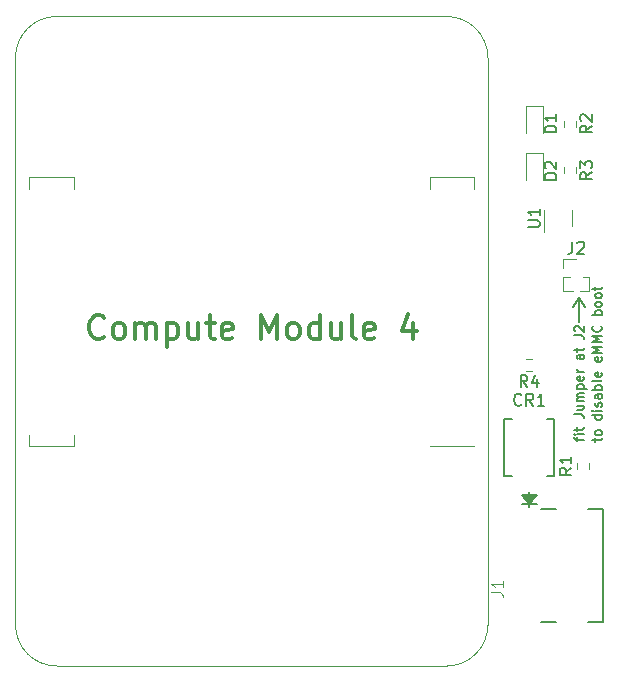
<source format=gto>
G04 #@! TF.GenerationSoftware,KiCad,Pcbnew,(5.99.0-10632-g8f3343b9e3)*
G04 #@! TF.CreationDate,2021-06-18T06:45:42-04:00*
G04 #@! TF.ProjectId,rpi-cm4-LiM+-board,7270692d-636d-4342-9d4c-694d2b2d626f,v01*
G04 #@! TF.SameCoordinates,Original*
G04 #@! TF.FileFunction,Legend,Top*
G04 #@! TF.FilePolarity,Positive*
%FSLAX46Y46*%
G04 Gerber Fmt 4.6, Leading zero omitted, Abs format (unit mm)*
G04 Created by KiCad (PCBNEW (5.99.0-10632-g8f3343b9e3)) date 2021-06-18 06:45:42*
%MOMM*%
%LPD*%
G01*
G04 APERTURE LIST*
%ADD10C,0.150000*%
%ADD11C,0.300000*%
%ADD12C,0.015000*%
%ADD13C,0.120000*%
%ADD14C,0.152400*%
%ADD15C,0.200000*%
G04 APERTURE END LIST*
D10*
X174244000Y-104394000D02*
X174244000Y-102362000D01*
X174244000Y-102362000D02*
X173736000Y-103124000D01*
X174244000Y-102362000D02*
X174752000Y-103124000D01*
X174072571Y-114439047D02*
X174072571Y-114134285D01*
X174605904Y-114324761D02*
X173920190Y-114324761D01*
X173844000Y-114286666D01*
X173805904Y-114210476D01*
X173805904Y-114134285D01*
X174605904Y-113867619D02*
X174072571Y-113867619D01*
X173805904Y-113867619D02*
X173844000Y-113905714D01*
X173882095Y-113867619D01*
X173844000Y-113829523D01*
X173805904Y-113867619D01*
X173882095Y-113867619D01*
X174072571Y-113600952D02*
X174072571Y-113296190D01*
X173805904Y-113486666D02*
X174491619Y-113486666D01*
X174567809Y-113448571D01*
X174605904Y-113372380D01*
X174605904Y-113296190D01*
X173805904Y-112191428D02*
X174377333Y-112191428D01*
X174491619Y-112229523D01*
X174567809Y-112305714D01*
X174605904Y-112420000D01*
X174605904Y-112496190D01*
X174072571Y-111467619D02*
X174605904Y-111467619D01*
X174072571Y-111810476D02*
X174491619Y-111810476D01*
X174567809Y-111772380D01*
X174605904Y-111696190D01*
X174605904Y-111581904D01*
X174567809Y-111505714D01*
X174529714Y-111467619D01*
X174605904Y-111086666D02*
X174072571Y-111086666D01*
X174148761Y-111086666D02*
X174110666Y-111048571D01*
X174072571Y-110972380D01*
X174072571Y-110858095D01*
X174110666Y-110781904D01*
X174186857Y-110743809D01*
X174605904Y-110743809D01*
X174186857Y-110743809D02*
X174110666Y-110705714D01*
X174072571Y-110629523D01*
X174072571Y-110515238D01*
X174110666Y-110439047D01*
X174186857Y-110400952D01*
X174605904Y-110400952D01*
X174072571Y-110020000D02*
X174872571Y-110020000D01*
X174110666Y-110020000D02*
X174072571Y-109943809D01*
X174072571Y-109791428D01*
X174110666Y-109715238D01*
X174148761Y-109677142D01*
X174224952Y-109639047D01*
X174453523Y-109639047D01*
X174529714Y-109677142D01*
X174567809Y-109715238D01*
X174605904Y-109791428D01*
X174605904Y-109943809D01*
X174567809Y-110020000D01*
X174567809Y-108991428D02*
X174605904Y-109067619D01*
X174605904Y-109220000D01*
X174567809Y-109296190D01*
X174491619Y-109334285D01*
X174186857Y-109334285D01*
X174110666Y-109296190D01*
X174072571Y-109220000D01*
X174072571Y-109067619D01*
X174110666Y-108991428D01*
X174186857Y-108953333D01*
X174263047Y-108953333D01*
X174339238Y-109334285D01*
X174605904Y-108610476D02*
X174072571Y-108610476D01*
X174224952Y-108610476D02*
X174148761Y-108572380D01*
X174110666Y-108534285D01*
X174072571Y-108458095D01*
X174072571Y-108381904D01*
X174605904Y-107162857D02*
X174186857Y-107162857D01*
X174110666Y-107200952D01*
X174072571Y-107277142D01*
X174072571Y-107429523D01*
X174110666Y-107505714D01*
X174567809Y-107162857D02*
X174605904Y-107239047D01*
X174605904Y-107429523D01*
X174567809Y-107505714D01*
X174491619Y-107543809D01*
X174415428Y-107543809D01*
X174339238Y-107505714D01*
X174301142Y-107429523D01*
X174301142Y-107239047D01*
X174263047Y-107162857D01*
X174072571Y-106896190D02*
X174072571Y-106591428D01*
X173805904Y-106781904D02*
X174491619Y-106781904D01*
X174567809Y-106743809D01*
X174605904Y-106667619D01*
X174605904Y-106591428D01*
X173805904Y-105486666D02*
X174377333Y-105486666D01*
X174491619Y-105524761D01*
X174567809Y-105600952D01*
X174605904Y-105715238D01*
X174605904Y-105791428D01*
X173882095Y-105143809D02*
X173844000Y-105105714D01*
X173805904Y-105029523D01*
X173805904Y-104839047D01*
X173844000Y-104762857D01*
X173882095Y-104724761D01*
X173958285Y-104686666D01*
X174034476Y-104686666D01*
X174148761Y-104724761D01*
X174605904Y-105181904D01*
X174605904Y-104686666D01*
X175596571Y-114502380D02*
X175596571Y-114197619D01*
X175329904Y-114388095D02*
X176015619Y-114388095D01*
X176091809Y-114350000D01*
X176129904Y-114273809D01*
X176129904Y-114197619D01*
X176129904Y-113816666D02*
X176091809Y-113892857D01*
X176053714Y-113930952D01*
X175977523Y-113969047D01*
X175748952Y-113969047D01*
X175672761Y-113930952D01*
X175634666Y-113892857D01*
X175596571Y-113816666D01*
X175596571Y-113702380D01*
X175634666Y-113626190D01*
X175672761Y-113588095D01*
X175748952Y-113550000D01*
X175977523Y-113550000D01*
X176053714Y-113588095D01*
X176091809Y-113626190D01*
X176129904Y-113702380D01*
X176129904Y-113816666D01*
X176129904Y-112254761D02*
X175329904Y-112254761D01*
X176091809Y-112254761D02*
X176129904Y-112330952D01*
X176129904Y-112483333D01*
X176091809Y-112559523D01*
X176053714Y-112597619D01*
X175977523Y-112635714D01*
X175748952Y-112635714D01*
X175672761Y-112597619D01*
X175634666Y-112559523D01*
X175596571Y-112483333D01*
X175596571Y-112330952D01*
X175634666Y-112254761D01*
X176129904Y-111873809D02*
X175596571Y-111873809D01*
X175329904Y-111873809D02*
X175368000Y-111911904D01*
X175406095Y-111873809D01*
X175368000Y-111835714D01*
X175329904Y-111873809D01*
X175406095Y-111873809D01*
X176091809Y-111530952D02*
X176129904Y-111454761D01*
X176129904Y-111302380D01*
X176091809Y-111226190D01*
X176015619Y-111188095D01*
X175977523Y-111188095D01*
X175901333Y-111226190D01*
X175863238Y-111302380D01*
X175863238Y-111416666D01*
X175825142Y-111492857D01*
X175748952Y-111530952D01*
X175710857Y-111530952D01*
X175634666Y-111492857D01*
X175596571Y-111416666D01*
X175596571Y-111302380D01*
X175634666Y-111226190D01*
X176129904Y-110502380D02*
X175710857Y-110502380D01*
X175634666Y-110540476D01*
X175596571Y-110616666D01*
X175596571Y-110769047D01*
X175634666Y-110845238D01*
X176091809Y-110502380D02*
X176129904Y-110578571D01*
X176129904Y-110769047D01*
X176091809Y-110845238D01*
X176015619Y-110883333D01*
X175939428Y-110883333D01*
X175863238Y-110845238D01*
X175825142Y-110769047D01*
X175825142Y-110578571D01*
X175787047Y-110502380D01*
X176129904Y-110121428D02*
X175329904Y-110121428D01*
X175634666Y-110121428D02*
X175596571Y-110045238D01*
X175596571Y-109892857D01*
X175634666Y-109816666D01*
X175672761Y-109778571D01*
X175748952Y-109740476D01*
X175977523Y-109740476D01*
X176053714Y-109778571D01*
X176091809Y-109816666D01*
X176129904Y-109892857D01*
X176129904Y-110045238D01*
X176091809Y-110121428D01*
X176129904Y-109283333D02*
X176091809Y-109359523D01*
X176015619Y-109397619D01*
X175329904Y-109397619D01*
X176091809Y-108673809D02*
X176129904Y-108750000D01*
X176129904Y-108902380D01*
X176091809Y-108978571D01*
X176015619Y-109016666D01*
X175710857Y-109016666D01*
X175634666Y-108978571D01*
X175596571Y-108902380D01*
X175596571Y-108750000D01*
X175634666Y-108673809D01*
X175710857Y-108635714D01*
X175787047Y-108635714D01*
X175863238Y-109016666D01*
X176091809Y-107378571D02*
X176129904Y-107454761D01*
X176129904Y-107607142D01*
X176091809Y-107683333D01*
X176015619Y-107721428D01*
X175710857Y-107721428D01*
X175634666Y-107683333D01*
X175596571Y-107607142D01*
X175596571Y-107454761D01*
X175634666Y-107378571D01*
X175710857Y-107340476D01*
X175787047Y-107340476D01*
X175863238Y-107721428D01*
X176129904Y-106997619D02*
X175329904Y-106997619D01*
X175901333Y-106730952D01*
X175329904Y-106464285D01*
X176129904Y-106464285D01*
X176129904Y-106083333D02*
X175329904Y-106083333D01*
X175901333Y-105816666D01*
X175329904Y-105550000D01*
X176129904Y-105550000D01*
X176053714Y-104711904D02*
X176091809Y-104750000D01*
X176129904Y-104864285D01*
X176129904Y-104940476D01*
X176091809Y-105054761D01*
X176015619Y-105130952D01*
X175939428Y-105169047D01*
X175787047Y-105207142D01*
X175672761Y-105207142D01*
X175520380Y-105169047D01*
X175444190Y-105130952D01*
X175368000Y-105054761D01*
X175329904Y-104940476D01*
X175329904Y-104864285D01*
X175368000Y-104750000D01*
X175406095Y-104711904D01*
X176129904Y-103759523D02*
X175329904Y-103759523D01*
X175634666Y-103759523D02*
X175596571Y-103683333D01*
X175596571Y-103530952D01*
X175634666Y-103454761D01*
X175672761Y-103416666D01*
X175748952Y-103378571D01*
X175977523Y-103378571D01*
X176053714Y-103416666D01*
X176091809Y-103454761D01*
X176129904Y-103530952D01*
X176129904Y-103683333D01*
X176091809Y-103759523D01*
X176129904Y-102921428D02*
X176091809Y-102997619D01*
X176053714Y-103035714D01*
X175977523Y-103073809D01*
X175748952Y-103073809D01*
X175672761Y-103035714D01*
X175634666Y-102997619D01*
X175596571Y-102921428D01*
X175596571Y-102807142D01*
X175634666Y-102730952D01*
X175672761Y-102692857D01*
X175748952Y-102654761D01*
X175977523Y-102654761D01*
X176053714Y-102692857D01*
X176091809Y-102730952D01*
X176129904Y-102807142D01*
X176129904Y-102921428D01*
X176129904Y-102197619D02*
X176091809Y-102273809D01*
X176053714Y-102311904D01*
X175977523Y-102350000D01*
X175748952Y-102350000D01*
X175672761Y-102311904D01*
X175634666Y-102273809D01*
X175596571Y-102197619D01*
X175596571Y-102083333D01*
X175634666Y-102007142D01*
X175672761Y-101969047D01*
X175748952Y-101930952D01*
X175977523Y-101930952D01*
X176053714Y-101969047D01*
X176091809Y-102007142D01*
X176129904Y-102083333D01*
X176129904Y-102197619D01*
X175596571Y-101702380D02*
X175596571Y-101397619D01*
X175329904Y-101588095D02*
X176015619Y-101588095D01*
X176091809Y-101550000D01*
X176129904Y-101473809D01*
X176129904Y-101397619D01*
D11*
X133986571Y-105616285D02*
X133891333Y-105711523D01*
X133605619Y-105806761D01*
X133415142Y-105806761D01*
X133129428Y-105711523D01*
X132938952Y-105521047D01*
X132843714Y-105330571D01*
X132748476Y-104949619D01*
X132748476Y-104663904D01*
X132843714Y-104282952D01*
X132938952Y-104092476D01*
X133129428Y-103902000D01*
X133415142Y-103806761D01*
X133605619Y-103806761D01*
X133891333Y-103902000D01*
X133986571Y-103997238D01*
X135129428Y-105806761D02*
X134938952Y-105711523D01*
X134843714Y-105616285D01*
X134748476Y-105425809D01*
X134748476Y-104854380D01*
X134843714Y-104663904D01*
X134938952Y-104568666D01*
X135129428Y-104473428D01*
X135415142Y-104473428D01*
X135605619Y-104568666D01*
X135700857Y-104663904D01*
X135796095Y-104854380D01*
X135796095Y-105425809D01*
X135700857Y-105616285D01*
X135605619Y-105711523D01*
X135415142Y-105806761D01*
X135129428Y-105806761D01*
X136653238Y-105806761D02*
X136653238Y-104473428D01*
X136653238Y-104663904D02*
X136748476Y-104568666D01*
X136938952Y-104473428D01*
X137224666Y-104473428D01*
X137415142Y-104568666D01*
X137510380Y-104759142D01*
X137510380Y-105806761D01*
X137510380Y-104759142D02*
X137605619Y-104568666D01*
X137796095Y-104473428D01*
X138081809Y-104473428D01*
X138272285Y-104568666D01*
X138367523Y-104759142D01*
X138367523Y-105806761D01*
X139319904Y-104473428D02*
X139319904Y-106473428D01*
X139319904Y-104568666D02*
X139510380Y-104473428D01*
X139891333Y-104473428D01*
X140081809Y-104568666D01*
X140177047Y-104663904D01*
X140272285Y-104854380D01*
X140272285Y-105425809D01*
X140177047Y-105616285D01*
X140081809Y-105711523D01*
X139891333Y-105806761D01*
X139510380Y-105806761D01*
X139319904Y-105711523D01*
X141986571Y-104473428D02*
X141986571Y-105806761D01*
X141129428Y-104473428D02*
X141129428Y-105521047D01*
X141224666Y-105711523D01*
X141415142Y-105806761D01*
X141700857Y-105806761D01*
X141891333Y-105711523D01*
X141986571Y-105616285D01*
X142653238Y-104473428D02*
X143415142Y-104473428D01*
X142938952Y-103806761D02*
X142938952Y-105521047D01*
X143034190Y-105711523D01*
X143224666Y-105806761D01*
X143415142Y-105806761D01*
X144843714Y-105711523D02*
X144653238Y-105806761D01*
X144272285Y-105806761D01*
X144081809Y-105711523D01*
X143986571Y-105521047D01*
X143986571Y-104759142D01*
X144081809Y-104568666D01*
X144272285Y-104473428D01*
X144653238Y-104473428D01*
X144843714Y-104568666D01*
X144938952Y-104759142D01*
X144938952Y-104949619D01*
X143986571Y-105140095D01*
X147319904Y-105806761D02*
X147319904Y-103806761D01*
X147986571Y-105235333D01*
X148653238Y-103806761D01*
X148653238Y-105806761D01*
X149891333Y-105806761D02*
X149700857Y-105711523D01*
X149605619Y-105616285D01*
X149510380Y-105425809D01*
X149510380Y-104854380D01*
X149605619Y-104663904D01*
X149700857Y-104568666D01*
X149891333Y-104473428D01*
X150177047Y-104473428D01*
X150367523Y-104568666D01*
X150462761Y-104663904D01*
X150558000Y-104854380D01*
X150558000Y-105425809D01*
X150462761Y-105616285D01*
X150367523Y-105711523D01*
X150177047Y-105806761D01*
X149891333Y-105806761D01*
X152272285Y-105806761D02*
X152272285Y-103806761D01*
X152272285Y-105711523D02*
X152081809Y-105806761D01*
X151700857Y-105806761D01*
X151510380Y-105711523D01*
X151415142Y-105616285D01*
X151319904Y-105425809D01*
X151319904Y-104854380D01*
X151415142Y-104663904D01*
X151510380Y-104568666D01*
X151700857Y-104473428D01*
X152081809Y-104473428D01*
X152272285Y-104568666D01*
X154081809Y-104473428D02*
X154081809Y-105806761D01*
X153224666Y-104473428D02*
X153224666Y-105521047D01*
X153319904Y-105711523D01*
X153510380Y-105806761D01*
X153796095Y-105806761D01*
X153986571Y-105711523D01*
X154081809Y-105616285D01*
X155319904Y-105806761D02*
X155129428Y-105711523D01*
X155034190Y-105521047D01*
X155034190Y-103806761D01*
X156843714Y-105711523D02*
X156653238Y-105806761D01*
X156272285Y-105806761D01*
X156081809Y-105711523D01*
X155986571Y-105521047D01*
X155986571Y-104759142D01*
X156081809Y-104568666D01*
X156272285Y-104473428D01*
X156653238Y-104473428D01*
X156843714Y-104568666D01*
X156938952Y-104759142D01*
X156938952Y-104949619D01*
X155986571Y-105140095D01*
X160177047Y-104473428D02*
X160177047Y-105806761D01*
X159700857Y-103711523D02*
X159224666Y-105140095D01*
X160462761Y-105140095D01*
D10*
X169833333Y-109882380D02*
X169500000Y-109406190D01*
X169261904Y-109882380D02*
X169261904Y-108882380D01*
X169642857Y-108882380D01*
X169738095Y-108930000D01*
X169785714Y-108977619D01*
X169833333Y-109072857D01*
X169833333Y-109215714D01*
X169785714Y-109310952D01*
X169738095Y-109358571D01*
X169642857Y-109406190D01*
X169261904Y-109406190D01*
X170690476Y-109215714D02*
X170690476Y-109882380D01*
X170452380Y-108834761D02*
X170214285Y-109549047D01*
X170833333Y-109549047D01*
X169333333Y-111357142D02*
X169285714Y-111404761D01*
X169142857Y-111452380D01*
X169047619Y-111452380D01*
X168904761Y-111404761D01*
X168809523Y-111309523D01*
X168761904Y-111214285D01*
X168714285Y-111023809D01*
X168714285Y-110880952D01*
X168761904Y-110690476D01*
X168809523Y-110595238D01*
X168904761Y-110500000D01*
X169047619Y-110452380D01*
X169142857Y-110452380D01*
X169285714Y-110500000D01*
X169333333Y-110547619D01*
X170333333Y-111452380D02*
X170000000Y-110976190D01*
X169761904Y-111452380D02*
X169761904Y-110452380D01*
X170142857Y-110452380D01*
X170238095Y-110500000D01*
X170285714Y-110547619D01*
X170333333Y-110642857D01*
X170333333Y-110785714D01*
X170285714Y-110880952D01*
X170238095Y-110928571D01*
X170142857Y-110976190D01*
X169761904Y-110976190D01*
X171285714Y-111452380D02*
X170714285Y-111452380D01*
X171000000Y-111452380D02*
X171000000Y-110452380D01*
X170904761Y-110595238D01*
X170809523Y-110690476D01*
X170714285Y-110738095D01*
X169876130Y-96338154D02*
X170685654Y-96338154D01*
X170780892Y-96290535D01*
X170828511Y-96242916D01*
X170876130Y-96147678D01*
X170876130Y-95957202D01*
X170828511Y-95861964D01*
X170780892Y-95814345D01*
X170685654Y-95766726D01*
X169876130Y-95766726D01*
X170876130Y-94766726D02*
X170876130Y-95338154D01*
X170876130Y-95052440D02*
X169876130Y-95052440D01*
X170018988Y-95147678D01*
X170114226Y-95242916D01*
X170161845Y-95338154D01*
X175306130Y-87742916D02*
X174829940Y-88076250D01*
X175306130Y-88314345D02*
X174306130Y-88314345D01*
X174306130Y-87933392D01*
X174353750Y-87838154D01*
X174401369Y-87790535D01*
X174496607Y-87742916D01*
X174639464Y-87742916D01*
X174734702Y-87790535D01*
X174782321Y-87838154D01*
X174829940Y-87933392D01*
X174829940Y-88314345D01*
X174401369Y-87361964D02*
X174353750Y-87314345D01*
X174306130Y-87219107D01*
X174306130Y-86981011D01*
X174353750Y-86885773D01*
X174401369Y-86838154D01*
X174496607Y-86790535D01*
X174591845Y-86790535D01*
X174734702Y-86838154D01*
X175306130Y-87409583D01*
X175306130Y-86790535D01*
D12*
X166782380Y-127270833D02*
X167496666Y-127270833D01*
X167639523Y-127318452D01*
X167734761Y-127413690D01*
X167782380Y-127556547D01*
X167782380Y-127651785D01*
X167782380Y-126270833D02*
X167782380Y-126842261D01*
X167782380Y-126556547D02*
X166782380Y-126556547D01*
X166925238Y-126651785D01*
X167020476Y-126747023D01*
X167068095Y-126842261D01*
D10*
X172306130Y-92314345D02*
X171306130Y-92314345D01*
X171306130Y-92076250D01*
X171353750Y-91933392D01*
X171448988Y-91838154D01*
X171544226Y-91790535D01*
X171734702Y-91742916D01*
X171877559Y-91742916D01*
X172068035Y-91790535D01*
X172163273Y-91838154D01*
X172258511Y-91933392D01*
X172306130Y-92076250D01*
X172306130Y-92314345D01*
X171401369Y-91361964D02*
X171353750Y-91314345D01*
X171306130Y-91219107D01*
X171306130Y-90981011D01*
X171353750Y-90885773D01*
X171401369Y-90838154D01*
X171496607Y-90790535D01*
X171591845Y-90790535D01*
X171734702Y-90838154D01*
X172306130Y-91409583D01*
X172306130Y-90790535D01*
X175313580Y-91706366D02*
X174837390Y-92039700D01*
X175313580Y-92277795D02*
X174313580Y-92277795D01*
X174313580Y-91896842D01*
X174361200Y-91801604D01*
X174408819Y-91753985D01*
X174504057Y-91706366D01*
X174646914Y-91706366D01*
X174742152Y-91753985D01*
X174789771Y-91801604D01*
X174837390Y-91896842D01*
X174837390Y-92277795D01*
X174313580Y-91373033D02*
X174313580Y-90753985D01*
X174694533Y-91087319D01*
X174694533Y-90944461D01*
X174742152Y-90849223D01*
X174789771Y-90801604D01*
X174885009Y-90753985D01*
X175123104Y-90753985D01*
X175218342Y-90801604D01*
X175265961Y-90849223D01*
X175313580Y-90944461D01*
X175313580Y-91230176D01*
X175265961Y-91325414D01*
X175218342Y-91373033D01*
X172306130Y-88314345D02*
X171306130Y-88314345D01*
X171306130Y-88076250D01*
X171353750Y-87933392D01*
X171448988Y-87838154D01*
X171544226Y-87790535D01*
X171734702Y-87742916D01*
X171877559Y-87742916D01*
X172068035Y-87790535D01*
X172163273Y-87838154D01*
X172258511Y-87933392D01*
X172306130Y-88076250D01*
X172306130Y-88314345D01*
X172306130Y-86790535D02*
X172306130Y-87361964D01*
X172306130Y-87076250D02*
X171306130Y-87076250D01*
X171448988Y-87171488D01*
X171544226Y-87266726D01*
X171591845Y-87361964D01*
X173572380Y-116729166D02*
X173096190Y-117062500D01*
X173572380Y-117300595D02*
X172572380Y-117300595D01*
X172572380Y-116919642D01*
X172620000Y-116824404D01*
X172667619Y-116776785D01*
X172762857Y-116729166D01*
X172905714Y-116729166D01*
X173000952Y-116776785D01*
X173048571Y-116824404D01*
X173096190Y-116919642D01*
X173096190Y-117300595D01*
X173572380Y-115776785D02*
X173572380Y-116348214D01*
X173572380Y-116062500D02*
X172572380Y-116062500D01*
X172715238Y-116157738D01*
X172810476Y-116252976D01*
X172858095Y-116348214D01*
X173656666Y-97579380D02*
X173656666Y-98293666D01*
X173609047Y-98436523D01*
X173513809Y-98531761D01*
X173370952Y-98579380D01*
X173275714Y-98579380D01*
X174085238Y-97674619D02*
X174132857Y-97627000D01*
X174228095Y-97579380D01*
X174466190Y-97579380D01*
X174561428Y-97627000D01*
X174609047Y-97674619D01*
X174656666Y-97769857D01*
X174656666Y-97865095D01*
X174609047Y-98007952D01*
X174037619Y-98579380D01*
X174656666Y-98579380D01*
D13*
X170254724Y-108522500D02*
X169745276Y-108522500D01*
X170254724Y-107477500D02*
X169745276Y-107477500D01*
D14*
X170000000Y-119800600D02*
X169619000Y-119038600D01*
X170000000Y-119800600D02*
X169492000Y-119038600D01*
X172108200Y-112574300D02*
X171463040Y-112574300D01*
X168536960Y-112574300D02*
X167891800Y-112574300D01*
X170000000Y-119800600D02*
X170381000Y-119038600D01*
X170000000Y-119800600D02*
X170508000Y-119038600D01*
X170000000Y-119800600D02*
X170635000Y-119038600D01*
X169365000Y-119800600D02*
X170635000Y-119800600D01*
X167891800Y-112574300D02*
X167891800Y-117425700D01*
X170000000Y-119800600D02*
X170254000Y-119038600D01*
X170000000Y-118784600D02*
X170000000Y-120054600D01*
X170000000Y-119800600D02*
X169365000Y-119038600D01*
X170000000Y-119800600D02*
X170127000Y-119038600D01*
X167891800Y-117425700D02*
X168536960Y-117425700D01*
X171463040Y-117425700D02*
X172108200Y-117425700D01*
X169365000Y-119038600D02*
X170635000Y-119038600D01*
X170000000Y-119800600D02*
X169873000Y-119038600D01*
X170000000Y-119800600D02*
X169746000Y-119038600D01*
X172108200Y-117425700D02*
X172108200Y-112574300D01*
D13*
X171263750Y-94876250D02*
X171263750Y-96776250D01*
X173583750Y-96276250D02*
X173583750Y-94876250D01*
X173946250Y-87321526D02*
X173946250Y-87830974D01*
X172901250Y-87321526D02*
X172901250Y-87830974D01*
D15*
X171015000Y-129802500D02*
X172265000Y-129802500D01*
X176265000Y-129802500D02*
X176265000Y-120222500D01*
X171015000Y-120222500D02*
X172265000Y-120222500D01*
X176265000Y-120222500D02*
X174985000Y-120222500D01*
X174985000Y-129802500D02*
X176265000Y-129802500D01*
D13*
X171158750Y-92376250D02*
X171158750Y-90091250D01*
X169688750Y-90091250D02*
X169688750Y-92376250D01*
X171158750Y-90091250D02*
X169688750Y-90091250D01*
X173953700Y-91284976D02*
X173953700Y-91794424D01*
X172908700Y-91284976D02*
X172908700Y-91794424D01*
X171158750Y-88376250D02*
X171158750Y-86091250D01*
X169688750Y-86091250D02*
X169688750Y-88376250D01*
X171158750Y-86091250D02*
X169688750Y-86091250D01*
X174027500Y-116817224D02*
X174027500Y-116307776D01*
X175072500Y-116817224D02*
X175072500Y-116307776D01*
X172880000Y-100582000D02*
X172880000Y-101787000D01*
X172880000Y-99062000D02*
X173990000Y-99062000D01*
X172880000Y-100582000D02*
X173426529Y-100582000D01*
X172880000Y-99822000D02*
X172880000Y-99062000D01*
X175100000Y-100582000D02*
X175100000Y-101787000D01*
X174553471Y-100582000D02*
X175100000Y-100582000D01*
X172880000Y-101787000D02*
X173682470Y-101787000D01*
X174297530Y-101787000D02*
X175100000Y-101787000D01*
X131430000Y-114900000D02*
X131430000Y-113900000D01*
X127650000Y-92100000D02*
X127650000Y-93100000D01*
X161570000Y-92100000D02*
X161570000Y-93100000D01*
X165350000Y-92100000D02*
X165350000Y-93100000D01*
X166500000Y-130000000D02*
X166500000Y-82000000D01*
X131430000Y-114900000D02*
X127650000Y-114900000D01*
X165350000Y-114900000D02*
X161570000Y-114900000D01*
X131430000Y-92100000D02*
X131430000Y-93100000D01*
X127650000Y-114900000D02*
X127650000Y-113900000D01*
X131430000Y-92100000D02*
X127650000Y-92100000D01*
X126500000Y-82000000D02*
X126500000Y-130000000D01*
X165350000Y-92100000D02*
X161570000Y-92100000D01*
X163000000Y-78500000D02*
X130000000Y-78500000D01*
X130000000Y-133500000D02*
X163000000Y-133500000D01*
X126500000Y-82000000D02*
G75*
G02*
X130000000Y-78500000I3500000J0D01*
G01*
X166500000Y-130000000D02*
G75*
G02*
X163000000Y-133500000I-3500000J0D01*
G01*
X163000000Y-78500000D02*
G75*
G02*
X166500000Y-82000000I0J-3500000D01*
G01*
X130000000Y-133500000D02*
G75*
G02*
X126500000Y-130000000I0J3500000D01*
G01*
M02*

</source>
